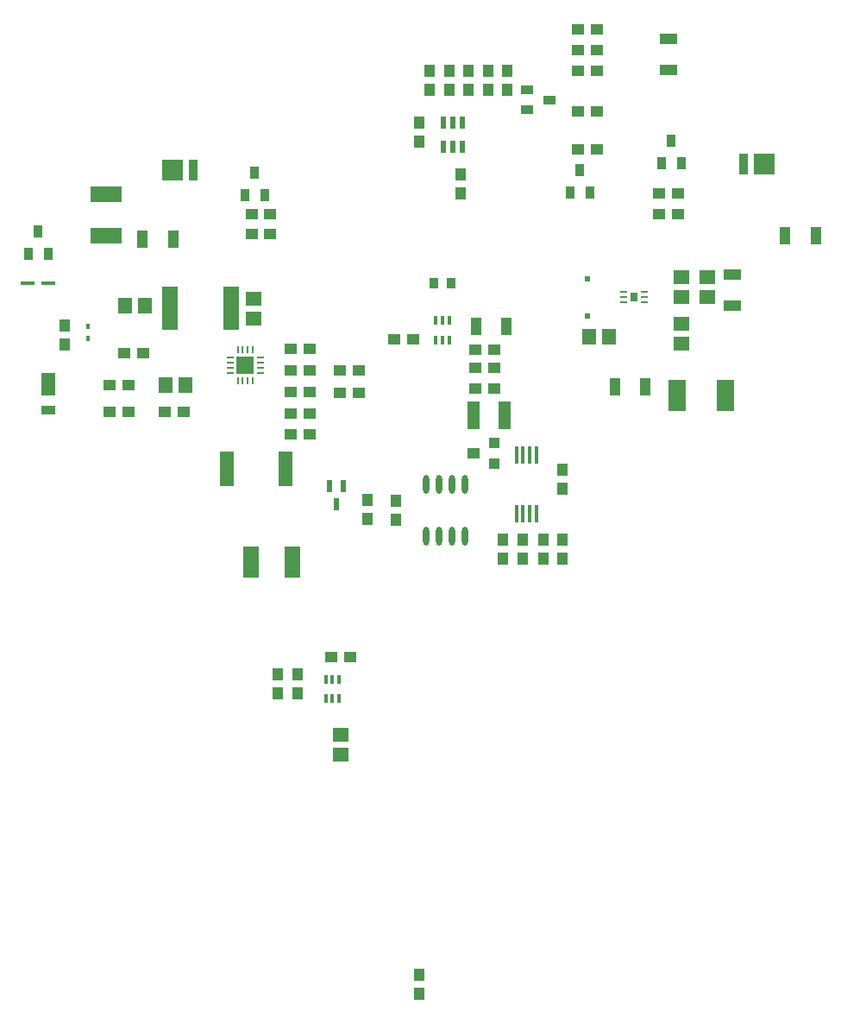
<source format=gbr>
%TF.GenerationSoftware,Altium Limited,Altium Designer,21.6.4 (81)*%
G04 Layer_Color=8421504*
%FSLAX26Y26*%
%MOIN*%
%TF.SameCoordinates,BD845C9F-3E28-4BEA-89B7-7B09B8E8D9D1*%
%TF.FilePolarity,Positive*%
%TF.FileFunction,Paste,Top*%
%TF.Part,Single*%
G01*
G75*
%TA.AperFunction,SMDPad,CuDef*%
%ADD11R,0.057087X0.015748*%
%ADD12R,0.055118X0.086614*%
%ADD13R,0.055118X0.035433*%
%ADD14R,0.043307X0.045276*%
%ADD15R,0.015748X0.023622*%
%ADD16R,0.036221X0.082677*%
%ADD17R,0.083465X0.082677*%
%ADD18R,0.013780X0.066929*%
%ADD19R,0.023622X0.045276*%
%ADD20R,0.019685X0.049213*%
%ADD21R,0.040000X0.040000*%
%ADD22R,0.050000X0.040000*%
%ADD23O,0.023622X0.072835*%
%ADD24R,0.037402X0.039370*%
%ADD25R,0.051181X0.108268*%
%ADD26R,0.059055X0.057087*%
%ADD27R,0.066142X0.124016*%
%ADD28R,0.124000X0.060000*%
%ADD29R,0.027559X0.035433*%
%ADD30O,0.027559X0.009842*%
%ADD31R,0.023622X0.023622*%
%ADD32R,0.059055X0.169291*%
%ADD35R,0.070866X0.070866*%
%ADD36O,0.009842X0.031496*%
%ADD37O,0.031496X0.009842*%
%ADD38R,0.045276X0.043307*%
%ADD39R,0.055118X0.137795*%
%ADD40R,0.013780X0.035433*%
%ADD41R,0.060000X0.124000*%
%ADD42R,0.033465X0.051181*%
%ADD43R,0.043307X0.068898*%
%ADD44R,0.057087X0.059055*%
%ADD45R,0.068898X0.043307*%
%ADD46R,0.051181X0.033465*%
D11*
X327234Y3417662D02*
D03*
X246525D02*
D03*
D12*
X326194Y3028079D02*
D03*
D13*
Y2927686D02*
D03*
D14*
X391194Y3253079D02*
D03*
Y3180245D02*
D03*
X1950000Y4236417D02*
D03*
Y4163583D02*
D03*
X1670000Y2503583D02*
D03*
Y2576417D02*
D03*
X1760000Y746417D02*
D03*
Y673583D02*
D03*
X1560000Y2507165D02*
D03*
Y2580000D02*
D03*
X2315000Y2353583D02*
D03*
Y2426417D02*
D03*
X2314000Y2696972D02*
D03*
Y2624137D02*
D03*
X2162205Y2426417D02*
D03*
Y2353583D02*
D03*
X2083507Y2426417D02*
D03*
Y2353583D02*
D03*
X2240000Y2353583D02*
D03*
Y2426417D02*
D03*
X1290000Y1906417D02*
D03*
Y1833583D02*
D03*
X1215000Y1833583D02*
D03*
Y1906417D02*
D03*
X1920000Y3763583D02*
D03*
Y3836417D02*
D03*
X2100000Y4163583D02*
D03*
Y4236417D02*
D03*
X1760000Y3963583D02*
D03*
Y4036417D02*
D03*
X1875591Y4163583D02*
D03*
Y4236417D02*
D03*
X2025869Y4236417D02*
D03*
Y4163583D02*
D03*
X1800000Y4236417D02*
D03*
Y4163583D02*
D03*
D15*
X481194Y3202055D02*
D03*
Y3251268D02*
D03*
D16*
X886772Y3854763D02*
D03*
X3013706Y3878221D02*
D03*
D17*
X807244Y3854763D02*
D03*
X3093233Y3878221D02*
D03*
D18*
X2136614Y2527795D02*
D03*
X2162205D02*
D03*
X2187795D02*
D03*
X2213386D02*
D03*
X2136614Y2752205D02*
D03*
X2162205D02*
D03*
X2187795D02*
D03*
X2213386D02*
D03*
D19*
X1853857Y3943740D02*
D03*
X1891258D02*
D03*
X1928660D02*
D03*
Y4036260D02*
D03*
X1891258D02*
D03*
X1853857D02*
D03*
D20*
X1440384Y2563447D02*
D03*
X1414793Y2632345D02*
D03*
X1465975D02*
D03*
D21*
X2050000Y2720000D02*
D03*
Y2800000D02*
D03*
D22*
X1970000Y2760000D02*
D03*
D23*
X1787503Y2441575D02*
D03*
X1837503D02*
D03*
X1887503D02*
D03*
X1937503D02*
D03*
X1787503Y2638425D02*
D03*
X1837503D02*
D03*
X1887503D02*
D03*
X1937503D02*
D03*
D24*
X1882480Y3416374D02*
D03*
X1817520D02*
D03*
D25*
X2090055Y2906000D02*
D03*
X1971945D02*
D03*
D26*
X2875000Y3439887D02*
D03*
Y3363115D02*
D03*
X1457585Y1598228D02*
D03*
Y1675000D02*
D03*
X2775000Y3259811D02*
D03*
Y3183039D02*
D03*
Y3439887D02*
D03*
Y3363115D02*
D03*
X1119677Y3281243D02*
D03*
Y3358015D02*
D03*
D27*
X2944095Y2982245D02*
D03*
X2755905D02*
D03*
D28*
X551477Y3600000D02*
D03*
Y3760000D02*
D03*
D29*
X2591477Y3363115D02*
D03*
D30*
X2630847Y3382800D02*
D03*
Y3363115D02*
D03*
Y3343430D02*
D03*
X2552107D02*
D03*
Y3363115D02*
D03*
Y3382800D02*
D03*
D31*
X2411229Y3288540D02*
D03*
X2411477Y3434706D02*
D03*
D32*
X798367Y3320015D02*
D03*
X1034587D02*
D03*
D35*
X1088677Y3099515D02*
D03*
D36*
X1059149Y3158570D02*
D03*
X1078834D02*
D03*
X1098519D02*
D03*
X1118204D02*
D03*
Y3040460D02*
D03*
X1098519D02*
D03*
X1078834D02*
D03*
X1059149D02*
D03*
D37*
X1147732Y3129043D02*
D03*
Y3109358D02*
D03*
Y3089673D02*
D03*
Y3069987D02*
D03*
X1029622D02*
D03*
Y3089673D02*
D03*
Y3109358D02*
D03*
Y3129043D02*
D03*
D38*
X1977165Y3009311D02*
D03*
X2050000D02*
D03*
X1336417Y2914738D02*
D03*
X1263583D02*
D03*
X2688583Y3683509D02*
D03*
X2761417D02*
D03*
X2688583Y3764000D02*
D03*
X2761417D02*
D03*
X1263583Y3162093D02*
D03*
X1336417D02*
D03*
X1977166Y3158570D02*
D03*
X2050000D02*
D03*
Y3089673D02*
D03*
X1977166D02*
D03*
X1263583Y2996606D02*
D03*
X1336417D02*
D03*
X778583Y2921662D02*
D03*
X851417D02*
D03*
X563583Y2920639D02*
D03*
X636417D02*
D03*
X1336417Y2832394D02*
D03*
X1263583D02*
D03*
X1453583Y3080000D02*
D03*
X1526417D02*
D03*
X1336417D02*
D03*
X1263583D02*
D03*
X1453583Y2995000D02*
D03*
X1526417D02*
D03*
X636417Y3025000D02*
D03*
X563583D02*
D03*
X620847Y3146639D02*
D03*
X693681D02*
D03*
X1112299Y3685000D02*
D03*
X1185133D02*
D03*
X1112299Y3606000D02*
D03*
X1185133D02*
D03*
X1494003Y1975000D02*
D03*
X1421168D02*
D03*
X1736675Y3198468D02*
D03*
X1663840D02*
D03*
X2446417Y3931890D02*
D03*
X2373583D02*
D03*
X2375060Y4317000D02*
D03*
X2447894D02*
D03*
X2374786Y4238000D02*
D03*
X2447621D02*
D03*
X2446417Y4080000D02*
D03*
X2373583D02*
D03*
X2375060Y4396000D02*
D03*
X2447894D02*
D03*
D39*
X1244173Y2700000D02*
D03*
X1015827D02*
D03*
D40*
X1399409Y1887401D02*
D03*
X1425000D02*
D03*
X1450591D02*
D03*
Y1812598D02*
D03*
X1425000D02*
D03*
X1399409D02*
D03*
X1824409Y3197598D02*
D03*
X1850000D02*
D03*
X1875591D02*
D03*
Y3272401D02*
D03*
X1850000D02*
D03*
X1824409D02*
D03*
D41*
X1110000Y2340000D02*
D03*
X1270000D02*
D03*
D42*
X288194Y3616969D02*
D03*
X325596Y3530355D02*
D03*
X250793Y3530355D02*
D03*
X2697598Y3881693D02*
D03*
X2772402Y3881693D02*
D03*
X2735000Y3968307D02*
D03*
X1087598Y3756693D02*
D03*
X1162402Y3756693D02*
D03*
X1125000Y3843307D02*
D03*
X2344338Y3766693D02*
D03*
X2419141Y3766693D02*
D03*
X2381740Y3853307D02*
D03*
D43*
X3292776Y3600000D02*
D03*
X3174666D02*
D03*
X690945Y3586639D02*
D03*
X809055D02*
D03*
X2634055Y3015245D02*
D03*
X2515945D02*
D03*
X2097638Y3250000D02*
D03*
X1979528D02*
D03*
D44*
X858249Y3025015D02*
D03*
X781477D02*
D03*
X2492933Y3210015D02*
D03*
X2416161D02*
D03*
X622727Y3330015D02*
D03*
X699499D02*
D03*
D45*
X2970000Y3449055D02*
D03*
Y3330945D02*
D03*
X2725000Y4359055D02*
D03*
Y4240945D02*
D03*
D46*
X2176693Y4162402D02*
D03*
X2176693Y4087598D02*
D03*
X2263307Y4125000D02*
D03*
%TF.MD5,b9c98dd26ae3936f4a453a5bd14abc8d*%
M02*

</source>
